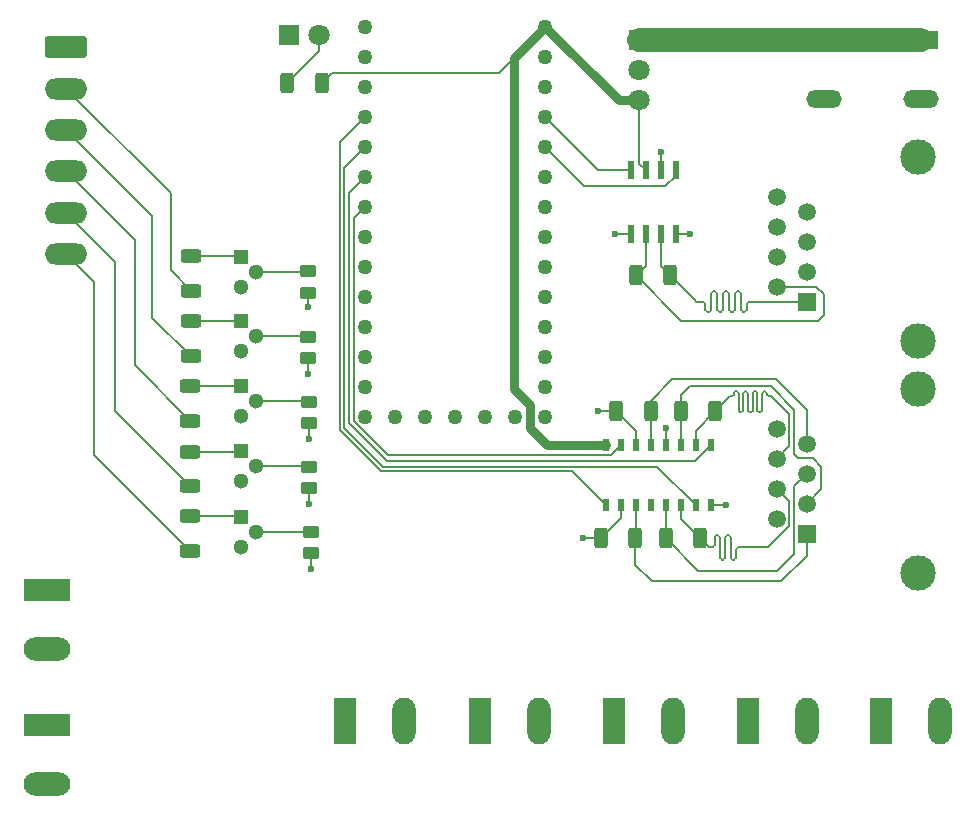
<source format=gtl>
G04 #@! TF.GenerationSoftware,KiCad,Pcbnew,8.0.0*
G04 #@! TF.CreationDate,2024-12-24T11:36:35-06:00*
G04 #@! TF.ProjectId,Rain and Switches Control Board,5261696e-2061-46e6-9420-537769746368,rev?*
G04 #@! TF.SameCoordinates,Original*
G04 #@! TF.FileFunction,Copper,L1,Top*
G04 #@! TF.FilePolarity,Positive*
%FSLAX46Y46*%
G04 Gerber Fmt 4.6, Leading zero omitted, Abs format (unit mm)*
G04 Created by KiCad (PCBNEW 8.0.0) date 2024-12-24 11:36:35*
%MOMM*%
%LPD*%
G01*
G04 APERTURE LIST*
G04 Aperture macros list*
%AMRoundRect*
0 Rectangle with rounded corners*
0 $1 Rounding radius*
0 $2 $3 $4 $5 $6 $7 $8 $9 X,Y pos of 4 corners*
0 Add a 4 corners polygon primitive as box body*
4,1,4,$2,$3,$4,$5,$6,$7,$8,$9,$2,$3,0*
0 Add four circle primitives for the rounded corners*
1,1,$1+$1,$2,$3*
1,1,$1+$1,$4,$5*
1,1,$1+$1,$6,$7*
1,1,$1+$1,$8,$9*
0 Add four rect primitives between the rounded corners*
20,1,$1+$1,$2,$3,$4,$5,0*
20,1,$1+$1,$4,$5,$6,$7,0*
20,1,$1+$1,$6,$7,$8,$9,0*
20,1,$1+$1,$8,$9,$2,$3,0*%
G04 Aperture macros list end*
G04 #@! TA.AperFunction,SMDPad,CuDef*
%ADD10RoundRect,0.250000X-0.312500X-0.625000X0.312500X-0.625000X0.312500X0.625000X-0.312500X0.625000X0*%
G04 #@! TD*
G04 #@! TA.AperFunction,ComponentPad*
%ADD11R,1.800000X1.800000*%
G04 #@! TD*
G04 #@! TA.AperFunction,ComponentPad*
%ADD12C,1.800000*%
G04 #@! TD*
G04 #@! TA.AperFunction,ComponentPad*
%ADD13O,3.960000X1.980000*%
G04 #@! TD*
G04 #@! TA.AperFunction,ComponentPad*
%ADD14R,3.960000X1.980000*%
G04 #@! TD*
G04 #@! TA.AperFunction,SMDPad,CuDef*
%ADD15RoundRect,0.250000X-0.450000X0.262500X-0.450000X-0.262500X0.450000X-0.262500X0.450000X0.262500X0*%
G04 #@! TD*
G04 #@! TA.AperFunction,SMDPad,CuDef*
%ADD16RoundRect,0.250000X0.625000X-0.312500X0.625000X0.312500X-0.625000X0.312500X-0.625000X-0.312500X0*%
G04 #@! TD*
G04 #@! TA.AperFunction,SMDPad,CuDef*
%ADD17RoundRect,0.250000X0.312500X0.625000X-0.312500X0.625000X-0.312500X-0.625000X0.312500X-0.625000X0*%
G04 #@! TD*
G04 #@! TA.AperFunction,ComponentPad*
%ADD18O,1.980000X3.960000*%
G04 #@! TD*
G04 #@! TA.AperFunction,ComponentPad*
%ADD19R,1.980000X3.960000*%
G04 #@! TD*
G04 #@! TA.AperFunction,ComponentPad*
%ADD20R,1.500000X1.500000*%
G04 #@! TD*
G04 #@! TA.AperFunction,ComponentPad*
%ADD21C,1.500000*%
G04 #@! TD*
G04 #@! TA.AperFunction,ComponentPad*
%ADD22C,3.000000*%
G04 #@! TD*
G04 #@! TA.AperFunction,ComponentPad*
%ADD23C,1.300000*%
G04 #@! TD*
G04 #@! TA.AperFunction,ComponentPad*
%ADD24R,1.300000X1.300000*%
G04 #@! TD*
G04 #@! TA.AperFunction,ComponentPad*
%ADD25O,3.600000X1.800000*%
G04 #@! TD*
G04 #@! TA.AperFunction,ComponentPad*
%ADD26RoundRect,0.250000X-1.550000X0.650000X-1.550000X-0.650000X1.550000X-0.650000X1.550000X0.650000X0*%
G04 #@! TD*
G04 #@! TA.AperFunction,ComponentPad*
%ADD27R,3.000000X1.500000*%
G04 #@! TD*
G04 #@! TA.AperFunction,ComponentPad*
%ADD28O,3.000000X1.500000*%
G04 #@! TD*
G04 #@! TA.AperFunction,SMDPad,CuDef*
%ADD29R,0.508000X1.104900*%
G04 #@! TD*
G04 #@! TA.AperFunction,SMDPad,CuDef*
%ADD30R,0.609600X1.549400*%
G04 #@! TD*
G04 #@! TA.AperFunction,ComponentPad*
%ADD31C,1.265000*%
G04 #@! TD*
G04 #@! TA.AperFunction,ViaPad*
%ADD32C,0.600000*%
G04 #@! TD*
G04 #@! TA.AperFunction,Conductor*
%ADD33C,0.200000*%
G04 #@! TD*
G04 #@! TA.AperFunction,Conductor*
%ADD34C,0.762000*%
G04 #@! TD*
G04 #@! TA.AperFunction,Conductor*
%ADD35C,2.032000*%
G04 #@! TD*
G04 APERTURE END LIST*
D10*
X185833500Y-61928800D03*
X188758500Y-61928800D03*
D11*
X186096000Y-42028800D03*
D12*
X186096000Y-44568800D03*
X186096000Y-47108800D03*
D13*
X135946000Y-104978800D03*
D14*
X135946000Y-99978800D03*
X135946000Y-88523800D03*
D13*
X135946000Y-93523800D03*
D15*
X158158500Y-72603800D03*
X158158500Y-74428800D03*
D16*
X148096000Y-74241300D03*
X148096000Y-71316300D03*
D17*
X185796000Y-84178800D03*
X182871000Y-84178800D03*
X156333500Y-45628800D03*
X159258500Y-45628800D03*
X192571000Y-73428800D03*
X189646000Y-73428800D03*
D18*
X188978800Y-99692800D03*
D19*
X183978800Y-99692800D03*
D20*
X200296000Y-83793800D03*
D21*
X197756000Y-82523800D03*
X200296000Y-81253800D03*
X197756000Y-79983800D03*
X200296000Y-78713800D03*
X197756000Y-77443800D03*
X200296000Y-76173800D03*
X197756000Y-74903800D03*
D22*
X209696000Y-87118800D03*
X209696000Y-71578800D03*
D11*
X156506000Y-41578800D03*
D12*
X159046000Y-41578800D03*
D16*
X148196000Y-63241300D03*
X148196000Y-60316300D03*
D17*
X191271000Y-84178800D03*
X188346000Y-84178800D03*
D15*
X158346000Y-83616300D03*
X158346000Y-85441300D03*
X158046000Y-67116300D03*
X158046000Y-68941300D03*
D23*
X152446000Y-68366300D03*
X153716000Y-67096300D03*
D24*
X152446000Y-65826300D03*
X152446000Y-60326300D03*
D23*
X153716000Y-61596300D03*
X152446000Y-62866300D03*
D25*
X137607192Y-60120800D03*
X137607192Y-56620800D03*
X137607192Y-53120800D03*
X137607192Y-49620800D03*
X137607192Y-46120800D03*
D26*
X137607192Y-42620800D03*
D27*
X209996000Y-42028800D03*
X201796000Y-42028800D03*
D28*
X209996000Y-47028800D03*
X201796000Y-47028800D03*
D17*
X187096000Y-73428800D03*
X184171000Y-73428800D03*
D18*
X166178800Y-99692800D03*
D19*
X161178800Y-99692800D03*
D24*
X152446000Y-76826300D03*
D23*
X153716000Y-78096300D03*
X152446000Y-79366300D03*
D16*
X148096000Y-79766300D03*
X148096000Y-76841300D03*
D29*
X183276000Y-76278800D03*
X184546000Y-76278800D03*
X185816000Y-76278800D03*
X187086000Y-76278800D03*
X188356000Y-76278800D03*
X189626000Y-76278800D03*
X190896000Y-76278800D03*
X192166000Y-76278800D03*
X192166000Y-81358800D03*
X190896000Y-81358800D03*
X189626000Y-81358800D03*
X188356000Y-81358800D03*
X187086000Y-81358800D03*
X185816000Y-81358800D03*
X184546000Y-81358800D03*
X183276000Y-81358800D03*
D16*
X148146000Y-68741300D03*
X148146000Y-65816300D03*
D30*
X189201000Y-53028800D03*
X187931000Y-53028800D03*
X186661000Y-53028800D03*
X185391000Y-53028800D03*
X185391000Y-58428800D03*
X186661000Y-58428800D03*
X187931000Y-58428800D03*
X189201000Y-58428800D03*
D24*
X152446000Y-71326300D03*
D23*
X153716000Y-72596300D03*
X152446000Y-73866300D03*
D24*
X152426000Y-82346300D03*
D23*
X153696000Y-83616300D03*
X152426000Y-84886300D03*
D20*
X200296000Y-64138800D03*
D21*
X197756000Y-62868800D03*
X200296000Y-61598800D03*
X197756000Y-60328800D03*
X200296000Y-59058800D03*
X197756000Y-57788800D03*
X200296000Y-56518800D03*
X197756000Y-55248800D03*
D22*
X209696000Y-67463800D03*
X209696000Y-51923800D03*
D15*
X158046000Y-61566300D03*
X158046000Y-63391300D03*
X158196000Y-78116300D03*
X158196000Y-79941300D03*
D31*
X162906000Y-40878800D03*
X162906000Y-43418800D03*
X162906000Y-45958800D03*
X162906000Y-48498800D03*
X162906000Y-51038800D03*
X162906000Y-53578800D03*
X162906000Y-56118800D03*
X162906000Y-58658800D03*
X162906000Y-61198800D03*
X162906000Y-63738800D03*
X162906000Y-66278800D03*
X162906000Y-68818800D03*
X162906000Y-71358800D03*
X162906000Y-73898800D03*
X165446000Y-73898800D03*
X167986000Y-73898800D03*
X170526000Y-73898800D03*
X173066000Y-73898800D03*
X175606000Y-73898800D03*
X178146000Y-73898800D03*
X178146000Y-71358800D03*
X178146000Y-68818800D03*
X178146000Y-66278800D03*
X178146000Y-63738800D03*
X178146000Y-61198800D03*
X178146000Y-58658800D03*
X178146000Y-56118800D03*
X178146000Y-53578800D03*
X178146000Y-51038800D03*
X178146000Y-48498800D03*
X178146000Y-45958800D03*
X178146000Y-43418800D03*
X178146000Y-40878800D03*
D18*
X211618800Y-99692800D03*
D19*
X206618800Y-99692800D03*
D18*
X200318800Y-99692800D03*
D19*
X195318800Y-99692800D03*
D18*
X177598800Y-99692800D03*
D19*
X172598800Y-99692800D03*
D16*
X148096000Y-85241300D03*
X148096000Y-82316300D03*
D32*
X188346000Y-74878800D03*
X158346000Y-86791300D03*
X158196000Y-81241300D03*
X158158500Y-75753800D03*
X158046000Y-70241300D03*
X158046000Y-64641300D03*
X193446000Y-81378800D03*
X182646000Y-73428800D03*
X181346000Y-84178800D03*
X184096000Y-58428800D03*
X187946000Y-51478800D03*
X190446000Y-58428800D03*
D33*
X201126000Y-62868800D02*
X197756000Y-62868800D01*
X201746000Y-65278800D02*
X201746000Y-63488800D01*
X201746000Y-63488800D02*
X201126000Y-62868800D01*
X201246000Y-65778800D02*
X201746000Y-65278800D01*
X189683500Y-65778800D02*
X201246000Y-65778800D01*
X185833500Y-61928800D02*
X189683500Y-65778800D01*
D34*
X178296000Y-76278800D02*
X183276000Y-76278800D01*
X176896000Y-72928800D02*
X176896000Y-74878800D01*
X176896000Y-74878800D02*
X178296000Y-76278800D01*
X175546000Y-43478800D02*
X175546000Y-71578800D01*
X176896000Y-42128800D02*
X175546000Y-43478800D01*
X175546000Y-71578800D02*
X176896000Y-72928800D01*
D33*
X188356000Y-74888800D02*
X188346000Y-74878800D01*
X188356000Y-76278800D02*
X188356000Y-74888800D01*
X160108500Y-44778800D02*
X174246000Y-44778800D01*
X159258500Y-45628800D02*
X160108500Y-44778800D01*
X174246000Y-44778800D02*
X176896000Y-42128800D01*
X159046000Y-42916300D02*
X156333500Y-45628800D01*
X159046000Y-41578800D02*
X159046000Y-42916300D01*
D34*
X178146000Y-40878800D02*
X176896000Y-42128800D01*
D33*
X139946000Y-77091300D02*
X148096000Y-85241300D01*
X137607192Y-60120800D02*
X139946000Y-62459608D01*
X139946000Y-62459608D02*
X139946000Y-77091300D01*
X141746000Y-73416300D02*
X148096000Y-79766300D01*
X141746000Y-60759608D02*
X141746000Y-73416300D01*
X137607192Y-56620800D02*
X141746000Y-60759608D01*
X148196000Y-63241300D02*
X146446000Y-61491300D01*
X146446000Y-61491300D02*
X146446000Y-54959608D01*
X146446000Y-54959608D02*
X137607192Y-46120800D01*
X144896000Y-56909608D02*
X137607192Y-49620800D01*
X144896000Y-65491300D02*
X144896000Y-56909608D01*
X148146000Y-68741300D02*
X144896000Y-65491300D01*
X143396000Y-69541300D02*
X148096000Y-74241300D01*
X143396000Y-58909608D02*
X143396000Y-69541300D01*
X137607192Y-53120800D02*
X143396000Y-58909608D01*
X186096000Y-52463800D02*
X186661000Y-53028800D01*
X186096000Y-47108800D02*
X186096000Y-52463800D01*
X152436000Y-60316300D02*
X152446000Y-60326300D01*
X148196000Y-60316300D02*
X152436000Y-60316300D01*
X152436000Y-65816300D02*
X152446000Y-65826300D01*
X148146000Y-65816300D02*
X152436000Y-65816300D01*
X152436000Y-71316300D02*
X152446000Y-71326300D01*
X148096000Y-71316300D02*
X152436000Y-71316300D01*
X152431000Y-76841300D02*
X152446000Y-76826300D01*
X148096000Y-76841300D02*
X152431000Y-76841300D01*
X152396000Y-82316300D02*
X152426000Y-82346300D01*
X148096000Y-82316300D02*
X152396000Y-82316300D01*
X153696000Y-83616300D02*
X158346000Y-83616300D01*
X158176000Y-78096300D02*
X158196000Y-78116300D01*
X153716000Y-78096300D02*
X158176000Y-78096300D01*
X158151000Y-72596300D02*
X158158500Y-72603800D01*
X153716000Y-72596300D02*
X158151000Y-72596300D01*
X158026000Y-67096300D02*
X158046000Y-67116300D01*
X153716000Y-67096300D02*
X158026000Y-67096300D01*
X158016000Y-61596300D02*
X158046000Y-61566300D01*
X153716000Y-61596300D02*
X158016000Y-61596300D01*
X158346000Y-86791300D02*
X158346000Y-85441300D01*
X158196000Y-81241300D02*
X158196000Y-79941300D01*
X158158500Y-75753800D02*
X158158500Y-74428800D01*
X158046000Y-70241300D02*
X158046000Y-68941300D01*
X158046000Y-63391300D02*
X158046000Y-64641300D01*
X192021542Y-65038800D02*
X191921542Y-65038800D01*
X190832628Y-64002928D02*
X188758500Y-61928800D01*
X192721542Y-64138800D02*
X192721542Y-63438800D01*
X192221542Y-64138800D02*
X192221542Y-64838800D01*
X192521542Y-63238800D02*
X192421542Y-63238800D01*
X193021542Y-65038800D02*
X192921542Y-65038800D01*
X194721542Y-64338800D02*
X194721542Y-63438800D01*
X194221542Y-64138800D02*
X194221542Y-64838800D01*
X191721542Y-64838800D02*
X191721542Y-64338800D01*
X194521542Y-63238800D02*
X194421542Y-63238800D01*
X193721542Y-64138800D02*
X193721542Y-63438800D01*
X193721542Y-64838800D02*
X193721542Y-64138800D01*
X195221542Y-64338800D02*
X195221542Y-64838800D01*
X192721542Y-64838800D02*
X192721542Y-64138800D01*
X194721542Y-64838800D02*
X194721542Y-64338800D01*
X191421542Y-64138800D02*
X190968500Y-64138800D01*
X192221542Y-63438800D02*
X192221542Y-64138800D01*
X193521542Y-63238800D02*
X193421542Y-63238800D01*
X191521542Y-64138800D02*
X191421542Y-64138800D01*
X194021542Y-65038800D02*
X193921542Y-65038800D01*
X190968500Y-64138800D02*
X190832628Y-64002928D01*
X200296000Y-64138800D02*
X195421542Y-64138800D01*
X194221542Y-63438800D02*
X194221542Y-64138800D01*
X195021542Y-65038800D02*
X194921542Y-65038800D01*
X193221542Y-63438800D02*
X193221542Y-64138800D01*
X193221542Y-64138800D02*
X193221542Y-64838800D01*
X192921542Y-65038800D02*
G75*
G02*
X192721500Y-64838800I-42J200000D01*
G01*
X193921542Y-65038800D02*
G75*
G02*
X193721500Y-64838800I-42J200000D01*
G01*
X195421542Y-64138800D02*
G75*
G03*
X195221500Y-64338800I-42J-200000D01*
G01*
X191721542Y-64338800D02*
G75*
G03*
X191521542Y-64138758I-200042J0D01*
G01*
X193721542Y-63438800D02*
G75*
G03*
X193521542Y-63238758I-200042J0D01*
G01*
X195221542Y-64838800D02*
G75*
G02*
X195021542Y-65038842I-200042J0D01*
G01*
X191921542Y-65038800D02*
G75*
G02*
X191721500Y-64838800I-42J200000D01*
G01*
X194721542Y-63438800D02*
G75*
G03*
X194521542Y-63238758I-200042J0D01*
G01*
X193221542Y-64838800D02*
G75*
G02*
X193021542Y-65038842I-200042J0D01*
G01*
X194921542Y-65038800D02*
G75*
G02*
X194721500Y-64838800I-42J200000D01*
G01*
X192421542Y-63238800D02*
G75*
G03*
X192221500Y-63438800I-42J-200000D01*
G01*
X192721542Y-63438800D02*
G75*
G03*
X192521542Y-63238758I-200042J0D01*
G01*
X193421542Y-63238800D02*
G75*
G03*
X193221500Y-63438800I-42J-200000D01*
G01*
X194221542Y-64838800D02*
G75*
G02*
X194021542Y-65038842I-200042J0D01*
G01*
X192221542Y-64838800D02*
G75*
G02*
X192021542Y-65038842I-200042J0D01*
G01*
X194421542Y-63238800D02*
G75*
G03*
X194221500Y-63438800I-42J-200000D01*
G01*
X164280314Y-78528800D02*
X160746000Y-74994485D01*
X160746000Y-74994485D02*
X160746000Y-50658800D01*
X183276000Y-81358800D02*
X180446000Y-78528800D01*
X180446000Y-78528800D02*
X164280314Y-78528800D01*
X160746000Y-50658800D02*
X162906000Y-48498800D01*
X161146000Y-52798800D02*
X162906000Y-51038800D01*
X161146000Y-74828800D02*
X161146000Y-52798800D01*
X164446000Y-78128800D02*
X161146000Y-74828800D01*
X187666000Y-78128800D02*
X164446000Y-78128800D01*
X190896000Y-81358800D02*
X187666000Y-78128800D01*
X190816000Y-77628800D02*
X192166000Y-76278800D01*
X164751559Y-77628800D02*
X190816000Y-77628800D01*
X161546000Y-54938800D02*
X161546000Y-74423241D01*
X161546000Y-74423241D02*
X164751559Y-77628800D01*
X162906000Y-53578800D02*
X161546000Y-54938800D01*
X161946000Y-74257555D02*
X161946000Y-57078800D01*
X164819695Y-77131250D02*
X161946000Y-74257555D01*
X161946000Y-57078800D02*
X162906000Y-56118800D01*
X183693550Y-77131250D02*
X164819695Y-77131250D01*
X184546000Y-76278800D02*
X183693550Y-77131250D01*
X193426000Y-81358800D02*
X192166000Y-81358800D01*
X193446000Y-81378800D02*
X193426000Y-81358800D01*
X194955974Y-84953800D02*
X197036000Y-84953800D01*
X194037860Y-86003800D02*
X194127860Y-86003800D01*
X194487860Y-84953800D02*
X194577860Y-84953800D01*
X198806000Y-81033800D02*
X197756000Y-79983800D01*
X194307860Y-85823800D02*
X194307860Y-85133800D01*
X192507860Y-84773800D02*
X192507860Y-84083800D01*
X193857860Y-84953800D02*
X193857860Y-85823800D01*
X193407860Y-84953800D02*
X193407860Y-84083800D01*
X193857860Y-84083800D02*
X193857860Y-84953800D01*
X197036000Y-84953800D02*
X198806000Y-83183800D01*
X192957860Y-84773800D02*
X192957860Y-85823800D01*
X192687860Y-83903800D02*
X192777860Y-83903800D01*
X198806000Y-83183800D02*
X198806000Y-81033800D01*
X191271000Y-84178800D02*
X192046000Y-84953800D01*
X192957860Y-84083800D02*
X192957860Y-84773800D01*
X193587860Y-83903800D02*
X193677860Y-83903800D01*
X194577860Y-84953800D02*
X194955974Y-84953800D01*
X193407860Y-85823800D02*
X193407860Y-84953800D01*
X193137860Y-86003800D02*
X193227860Y-86003800D01*
X192046000Y-84953800D02*
X192327860Y-84953800D01*
X192957860Y-85823800D02*
G75*
G03*
X193137860Y-86003840I180040J0D01*
G01*
X193857860Y-85823800D02*
G75*
G03*
X194037860Y-86003840I180040J0D01*
G01*
X192777860Y-83903800D02*
G75*
G02*
X192957900Y-84083800I40J-180000D01*
G01*
X194127860Y-86003800D02*
G75*
G03*
X194307900Y-85823800I40J180000D01*
G01*
X192327860Y-84953800D02*
G75*
G03*
X192507900Y-84773800I40J180000D01*
G01*
X194307860Y-85133800D02*
G75*
G02*
X194487860Y-84953760I180040J0D01*
G01*
X193677860Y-83903800D02*
G75*
G02*
X193857900Y-84083800I40J-180000D01*
G01*
X193407860Y-84083800D02*
G75*
G02*
X193587860Y-83903760I180040J0D01*
G01*
X192507860Y-84083800D02*
G75*
G02*
X192687860Y-83903760I180040J0D01*
G01*
X193227860Y-86003800D02*
G75*
G03*
X193407900Y-85823800I40J180000D01*
G01*
X199246000Y-85478800D02*
X199246000Y-79763800D01*
X199246000Y-79763800D02*
X200296000Y-78713800D01*
X191096000Y-86928800D02*
X197796000Y-86928800D01*
X197796000Y-86928800D02*
X199246000Y-85478800D01*
X188346000Y-84178800D02*
X191096000Y-86928800D01*
X200296000Y-85678800D02*
X200296000Y-83793800D01*
X198146000Y-87828800D02*
X200296000Y-85678800D01*
X187196000Y-87828800D02*
X198146000Y-87828800D01*
X185796000Y-86428800D02*
X187196000Y-87828800D01*
X185796000Y-84178800D02*
X185796000Y-86428800D01*
X195087452Y-71728800D02*
X195167452Y-71728800D01*
X195727452Y-73368800D02*
X195727452Y-72178800D01*
X197372398Y-72205198D02*
X198806000Y-73638800D01*
X196527452Y-72178800D02*
X196527452Y-71888800D01*
X198806000Y-73638800D02*
X198806000Y-76393800D01*
X194687452Y-73528800D02*
X194767452Y-73528800D01*
X197346000Y-72178800D02*
X197372398Y-72205198D01*
X197167452Y-72178800D02*
X197346000Y-72178800D01*
X195327452Y-72178800D02*
X195327452Y-73368800D01*
X196127452Y-71888800D02*
X196127452Y-72178800D01*
X197087452Y-72178800D02*
X197167452Y-72178800D01*
X195727452Y-72178800D02*
X195727452Y-71888800D01*
X196687452Y-71728800D02*
X196767452Y-71728800D01*
X195327452Y-71888800D02*
X195327452Y-72178800D01*
X194527452Y-71888800D02*
X194527452Y-72018800D01*
X196527452Y-73368800D02*
X196527452Y-72178800D01*
X196927452Y-71888800D02*
X196927452Y-72018800D01*
X198806000Y-76393800D02*
X197756000Y-77443800D01*
X194527452Y-72018800D02*
X194527452Y-73368800D01*
X194927452Y-72178800D02*
X194927452Y-71888800D01*
X193821000Y-72178800D02*
X193967452Y-72178800D01*
X195487452Y-73528800D02*
X195567452Y-73528800D01*
X194287452Y-71728800D02*
X194367452Y-71728800D01*
X194127452Y-72018800D02*
X194127452Y-71888800D01*
X192571000Y-73428800D02*
X193821000Y-72178800D01*
X195887452Y-71728800D02*
X195967452Y-71728800D01*
X196127452Y-72178800D02*
X196127452Y-73368800D01*
X194927452Y-73368800D02*
X194927452Y-72178800D01*
X196287452Y-73528800D02*
X196367452Y-73528800D01*
X194767452Y-73528800D02*
G75*
G03*
X194927500Y-73368800I48J160000D01*
G01*
X193967452Y-72178800D02*
G75*
G03*
X194127500Y-72018800I48J160000D01*
G01*
X196127452Y-73368800D02*
G75*
G03*
X196287452Y-73528848I160048J0D01*
G01*
X196367452Y-73528800D02*
G75*
G03*
X196527500Y-73368800I48J160000D01*
G01*
X195167452Y-71728800D02*
G75*
G02*
X195327500Y-71888800I48J-160000D01*
G01*
X194367452Y-71728800D02*
G75*
G02*
X194527500Y-71888800I48J-160000D01*
G01*
X196927452Y-72018800D02*
G75*
G03*
X197087452Y-72178848I160048J0D01*
G01*
X196767452Y-71728800D02*
G75*
G02*
X196927500Y-71888800I48J-160000D01*
G01*
X195727452Y-71888800D02*
G75*
G02*
X195887452Y-71728752I160048J0D01*
G01*
X195327452Y-73368800D02*
G75*
G03*
X195487452Y-73528848I160048J0D01*
G01*
X195567452Y-73528800D02*
G75*
G03*
X195727500Y-73368800I48J160000D01*
G01*
X194927452Y-71888800D02*
G75*
G02*
X195087452Y-71728752I160048J0D01*
G01*
X195967452Y-71728800D02*
G75*
G02*
X196127500Y-71888800I48J-160000D01*
G01*
X194127452Y-71888800D02*
G75*
G02*
X194287452Y-71728752I160048J0D01*
G01*
X196527452Y-71888800D02*
G75*
G02*
X196687452Y-71728752I160048J0D01*
G01*
X194527452Y-73368800D02*
G75*
G03*
X194687452Y-73528848I160048J0D01*
G01*
X201546000Y-80003800D02*
X200296000Y-81253800D01*
X201546000Y-78178800D02*
X201546000Y-80003800D01*
X199596000Y-77428800D02*
X200796000Y-77428800D01*
X200796000Y-77428800D02*
X201546000Y-78178800D01*
X199246000Y-77078800D02*
X199596000Y-77428800D01*
X199246000Y-73328800D02*
X199246000Y-77078800D01*
X190396000Y-71328800D02*
X197246000Y-71328800D01*
X189646000Y-72078800D02*
X190396000Y-71328800D01*
X197246000Y-71328800D02*
X199246000Y-73328800D01*
X189646000Y-73428800D02*
X189646000Y-72078800D01*
X197696000Y-70728800D02*
X200296000Y-73328800D01*
X188896000Y-70728800D02*
X197696000Y-70728800D01*
X187096000Y-72528800D02*
X188896000Y-70728800D01*
X187096000Y-73428800D02*
X187096000Y-72528800D01*
X200296000Y-73328800D02*
X200296000Y-76173800D01*
X182871000Y-84178800D02*
X181346000Y-84178800D01*
X182646000Y-73428800D02*
X184171000Y-73428800D01*
X185816000Y-75073800D02*
X184171000Y-73428800D01*
X185816000Y-76278800D02*
X185816000Y-75073800D01*
X184546000Y-81358800D02*
X184546000Y-81222350D01*
X187086000Y-73438800D02*
X187096000Y-73428800D01*
X187086000Y-76278800D02*
X187086000Y-73438800D01*
X190896000Y-75103800D02*
X192571000Y-73428800D01*
X190896000Y-76278800D02*
X190896000Y-75103800D01*
X189626000Y-73448800D02*
X189646000Y-73428800D01*
X189626000Y-76278800D02*
X189626000Y-73448800D01*
X189626000Y-81358800D02*
X189626000Y-82533800D01*
X189626000Y-82533800D02*
X191271000Y-84178800D01*
X188356000Y-84168800D02*
X188346000Y-84178800D01*
X188356000Y-81358800D02*
X188356000Y-84168800D01*
X184546000Y-82503800D02*
X182871000Y-84178800D01*
X184546000Y-81358800D02*
X184546000Y-82503800D01*
X185816000Y-84158800D02*
X185796000Y-84178800D01*
X185816000Y-81358800D02*
X185816000Y-84158800D01*
X185391000Y-58428800D02*
X184096000Y-58428800D01*
X181486000Y-54378800D02*
X178146000Y-51038800D01*
X188320900Y-54378800D02*
X181486000Y-54378800D01*
X189201000Y-53028800D02*
X189201000Y-53498700D01*
X189201000Y-53498700D02*
X188320900Y-54378800D01*
X185346000Y-52983800D02*
X182631000Y-52983800D01*
X182631000Y-52983800D02*
X178146000Y-48498800D01*
X185391000Y-53028800D02*
X185346000Y-52983800D01*
X186661000Y-47673800D02*
X186096000Y-47108800D01*
X187931000Y-61101300D02*
X188758500Y-61928800D01*
X187931000Y-58428800D02*
X187931000Y-61101300D01*
X186661000Y-61101300D02*
X186661000Y-58428800D01*
X185833500Y-61928800D02*
X186661000Y-61101300D01*
X197170314Y-62868800D02*
X197756000Y-62868800D01*
X190446000Y-58428800D02*
X189201000Y-58428800D01*
X200296000Y-63528800D02*
X200296000Y-64138800D01*
X186661000Y-53028800D02*
X186661000Y-53498700D01*
X187931000Y-51493800D02*
X187946000Y-51478800D01*
X187931000Y-53028800D02*
X187931000Y-51493800D01*
D34*
X184376000Y-47108800D02*
X186096000Y-47108800D01*
X178146000Y-40878800D02*
X184376000Y-47108800D01*
D35*
X201796000Y-42028800D02*
X186096000Y-42028800D01*
X209996000Y-42028800D02*
X201796000Y-42028800D01*
M02*

</source>
